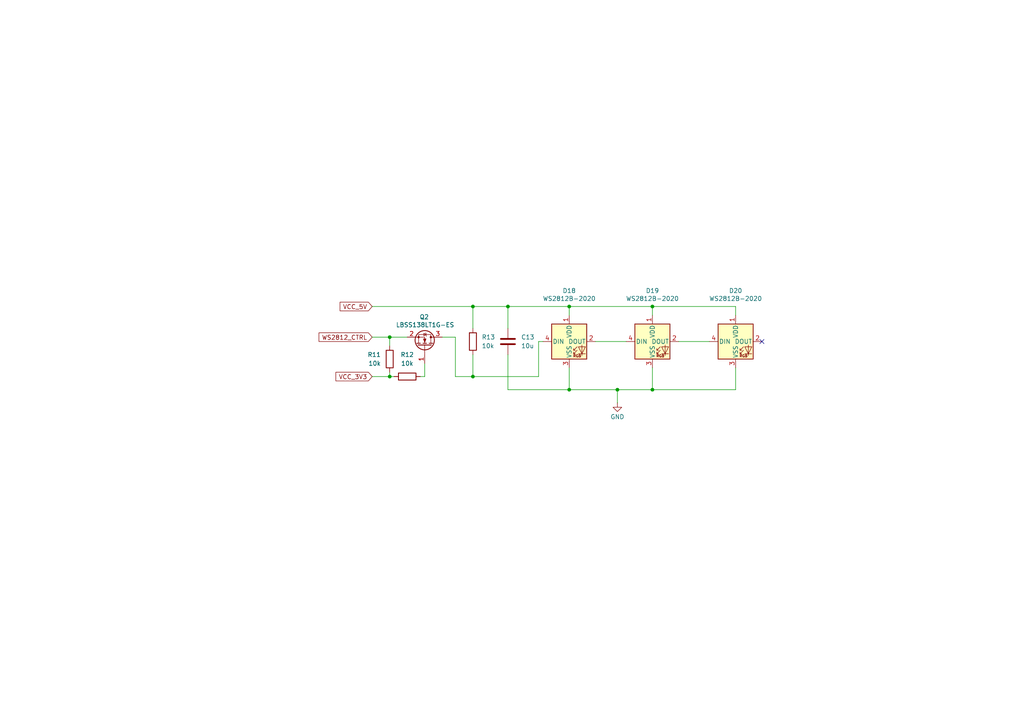
<source format=kicad_sch>
(kicad_sch (version 20231120) (generator "eeschema") (generator_version "8.0")
  (paper "A4")
  (lib_symbols
    (symbol "Device:C" (pin_numbers hide) (pin_names (offset 0.254))
      (property "Reference" "C" (at 0.635 2.54 0))
      (property "Value" "C" (at 0.635 -2.54 0))
      (symbol "C_0_1"
        (polyline (pts (xy -2.032 -0.762) (xy 2.032 -0.762)) (stroke (width 0.508)))
        (polyline (pts (xy -2.032 0.762) (xy 2.032 0.762)) (stroke (width 0.508)))
      )
      (symbol "C_1_1"
        (pin passive line (at 0 3.81 270) (length 2.794) (name "~") (number "1"))
        (pin passive line (at 0 -3.81 90) (length 2.794) (name "~") (number "2"))
      )
    )
    (symbol "Device:R" (pin_numbers hide) (pin_names (offset 0))
      (property "Reference" "R" (at 2.032 0 90))
      (property "Value" "R" (at 0 0 90))
      (symbol "R_0_1"
        (rectangle (start -1.016 -2.54) (end 1.016 2.54) (stroke (width 0.254)))
      )
      (symbol "R_1_1"
        (pin passive line (at 0 3.81 270) (length 1.27) (name "~") (number "1"))
        (pin passive line (at 0 -3.81 90) (length 1.27) (name "~") (number "2"))
      )
    )
    (symbol "LED:WS2812B" (pin_names (offset 0.254))
      (property "Reference" "D" (at 5.08 5.715 0))
      (property "Value" "WS2812B" (at 1.27 -5.715 0))
      (symbol "WS2812B_0_0"
        (text "RGB" (at 2.286 -4.191 0) (effects (font (size 0.762 0.762))))
      )
      (symbol "WS2812B_0_1"
        (polyline (pts (xy 1.27 -3.556) (xy 1.778 -3.556)))
        (polyline (pts (xy 1.27 -2.54) (xy 1.778 -2.54)))
        (polyline (pts (xy 4.699 -3.556) (xy 2.667 -3.556)))
        (polyline (pts (xy 2.286 -2.54) (xy 1.27 -3.556) (xy 1.27 -3.048)))
        (polyline (pts (xy 2.286 -1.524) (xy 1.27 -2.54) (xy 1.27 -2.032)))
        (polyline (pts (xy 3.683 -1.016) (xy 3.683 -3.556) (xy 3.683 -4.064)))
        (polyline (pts (xy 4.699 -1.524) (xy 2.667 -1.524) (xy 3.683 -3.556) (xy 4.699 -1.524)))
        (rectangle (start 5.08 5.08) (end -5.08 -5.08) (stroke (width 0.254)) (fill (type background)))
      )
      (symbol "WS2812B_1_1"
        (pin power_in line (at 0 7.62 270) (length 2.54) (name "VDD") (number "1"))
        (pin output line (at 7.62 0 180) (length 2.54) (name "DOUT") (number "2"))
        (pin power_in line (at 0 -7.62 90) (length 2.54) (name "VSS") (number "3"))
        (pin input line (at -7.62 0 0) (length 2.54) (name "DIN") (number "4"))
      )
    )
    (symbol "Transistor_FET:BSS138" (pin_names hide)
      (property "Reference" "Q" (at 5.08 1.905 0))
      (property "Value" "BSS138" (at 5.08 0 0))
      (symbol "BSS138_0_1"
        (polyline (pts (xy 0.254 0) (xy -2.54 0)))
        (polyline (pts (xy 0.254 1.905) (xy 0.254 -1.905)) (stroke (width 0.254)))
        (polyline (pts (xy 0.762 -1.27) (xy 0.762 -2.286)) (stroke (width 0.254)))
        (polyline (pts (xy 0.762 0.508) (xy 0.762 -0.508)) (stroke (width 0.254)))
        (polyline (pts (xy 0.762 2.286) (xy 0.762 1.27)) (stroke (width 0.254)))
        (polyline (pts (xy 2.54 2.54) (xy 2.54 1.778)))
        (polyline (pts (xy 2.54 -2.54) (xy 2.54 0) (xy 0.762 0)))
        (polyline (pts (xy 0.762 -1.778) (xy 3.302 -1.778) (xy 3.302 1.778) (xy 0.762 1.778)))
        (polyline (pts (xy 1.016 0) (xy 2.032 0.381) (xy 2.032 -0.381) (xy 1.016 0)) (fill (type outline)))
        (polyline (pts (xy 2.794 0.508) (xy 2.921 0.381) (xy 3.683 0.381) (xy 3.81 0.254)))
        (polyline (pts (xy 3.302 0.381) (xy 2.921 -0.254) (xy 3.683 -0.254) (xy 3.302 0.381)))
        (circle (center 1.651 0) (radius 2.794) (stroke (width 0.254)))
        (circle (center 2.54 -1.778) (radius 0.254) (fill (type outline)))
        (circle (center 2.54 1.778) (radius 0.254) (fill (type outline)))
      )
      (symbol "BSS138_1_1"
        (pin input line (at -5.08 0 0) (length 2.54) (name "G") (number "1"))
        (pin passive line (at 2.54 -5.08 90) (length 2.54) (name "S") (number "2"))
        (pin passive line (at 2.54 5.08 270) (length 2.54) (name "D") (number "3"))
      )
    )
    (symbol "power:GND" (power) (pin_numbers hide) (pin_names (offset 0) hide)
      (property "Value" "GND" (at 0 -3.81 0))
      (symbol "GND_0_1"
        (polyline (pts (xy 0 0) (xy 0 -1.27) (xy 1.27 -1.27) (xy 0 -2.54) (xy -1.27 -1.27) (xy 0 -1.27)))
      )
      (symbol "GND_1_1"
        (pin power_in line (at 0 0 270) (length 0) (name "~") (number "1"))
      )
    )
  )
  (junction (at 113.03 109.22))
  (junction (at 165.1 113.03))
  (junction (at 147.32 88.9))
  (junction (at 189.23 113.03))
  (junction (at 113.03 97.79))
  (junction (at 179.07 113.03))
  (junction (at 137.16 109.22))
  (junction (at 137.16 88.9))
  (junction (at 165.1 88.9))
  (junction (at 189.23 88.9))
  (no_connect (at 220.98 99.06))
  (wire (pts (xy 147.32 88.9) (xy 165.1 88.9)))
  (wire (pts (xy 156.21 99.06) (xy 156.21 109.22)))
  (wire (pts (xy 113.03 100.33) (xy 113.03 97.79)))
  (wire (pts (xy 123.19 109.22) (xy 123.19 105.41)))
  (wire (pts (xy 172.72 99.06) (xy 181.61 99.06)))
  (wire (pts (xy 213.36 88.9) (xy 189.23 88.9)))
  (wire (pts (xy 156.21 109.22) (xy 137.16 109.22)))
  (wire (pts (xy 121.92 109.22) (xy 123.19 109.22)))
  (wire (pts (xy 213.36 106.68) (xy 213.36 113.03)))
  (wire (pts (xy 147.32 102.87) (xy 147.32 113.03)))
  (wire (pts (xy 189.23 113.03) (xy 179.07 113.03)))
  (wire (pts (xy 147.32 113.03) (xy 165.1 113.03)))
  (wire (pts (xy 113.03 109.22) (xy 114.3 109.22)))
  (wire (pts (xy 189.23 88.9) (xy 189.23 91.44)))
  (wire (pts (xy 137.16 102.87) (xy 137.16 109.22)))
  (wire (pts (xy 147.32 88.9) (xy 137.16 88.9)))
  (wire (pts (xy 213.36 113.03) (xy 189.23 113.03)))
  (wire (pts (xy 132.08 109.22) (xy 137.16 109.22)))
  (wire (pts (xy 165.1 91.44) (xy 165.1 88.9)))
  (wire (pts (xy 165.1 106.68) (xy 165.1 113.03)))
  (wire (pts (xy 132.08 97.79) (xy 128.27 97.79)))
  (wire (pts (xy 189.23 88.9) (xy 165.1 88.9)))
  (wire (pts (xy 132.08 97.79) (xy 132.08 109.22)))
  (wire (pts (xy 107.95 88.9) (xy 137.16 88.9)))
  (wire (pts (xy 147.32 95.25) (xy 147.32 88.9)))
  (wire (pts (xy 113.03 107.95) (xy 113.03 109.22)))
  (wire (pts (xy 113.03 97.79) (xy 118.11 97.79)))
  (wire (pts (xy 107.95 109.22) (xy 113.03 109.22)))
  (wire (pts (xy 113.03 97.79) (xy 107.95 97.79)))
  (wire (pts (xy 213.36 91.44) (xy 213.36 88.9)))
  (wire (pts (xy 179.07 113.03) (xy 179.07 116.84)))
  (wire (pts (xy 196.85 99.06) (xy 205.74 99.06)))
  (wire (pts (xy 156.21 99.06) (xy 157.48 99.06)))
  (wire (pts (xy 189.23 106.68) (xy 189.23 113.03)))
  (wire (pts (xy 179.07 113.03) (xy 165.1 113.03)))
  (wire (pts (xy 137.16 88.9) (xy 137.16 95.25)))
  (global_label "WS2812_CTRL" (shape input) (at 107.95 97.79 180) (property "Intersheetrefs" "${INTERSHEET_REFS}" (effects (hide yes))))
  (global_label "VCC_5V" (shape input) (at 107.95 88.9 180) (property "Intersheetrefs" "${INTERSHEET_REFS}" (effects (hide yes))))
  (global_label "VCC_3V3" (shape input) (at 107.95 109.22 180) (property "Intersheetrefs" "${INTERSHEET_REFS}" (effects (hide yes))))
  (symbol (lib_id "LED:WS2812B") (at 213.36 99.06 0) (unit 1)
    (property "Reference" "D20" (at 213.36 84.328 0))
    (property "Value" "WS2812B-2020" (at 213.36 86.614 0))
    (property "Footprint" "LED_SMD:LED_WS2812B_PLCC4_5.0x5.0mm_P3.2mm" (effects (hide yes)))
    (property "Datasheet" "https://www.lcsc.com/datasheet/lcsc_datasheet_2012110135_Worldsemi-WS2812B-2020_C965555.pdf" (effects (hide yes)))
    (property "Description" "RGB LED with integrated controller" (effects (hide yes)))
    (property "LCSC Part # " "C965555" (effects (hide yes)))
  )
  (symbol (lib_id "Device:R") (at 137.16 99.06 180) (unit 1)
    (property "Reference" "R13" (at 139.7 97.7899 0) (effects (justify right)))
    (property "Value" "10k" (at 139.7 100.3299 0) (effects (justify right)))
    (property "Footprint" "Resistor_SMD:R_0201_0603Metric" (effects (hide yes)))
    (property "Description" "Resistor" (effects (hide yes)))
    (property "LCSC Part # " "C25804" (effects (hide yes)))
  )
  (symbol (lib_id "Device:R") (at 118.11 109.22 270) (unit 1)
    (property "Reference" "R12" (at 118.11 102.87 90))
    (property "Value" "10k" (at 118.11 105.41 90))
    (property "Footprint" "Resistor_SMD:R_0201_0603Metric" (effects (hide yes)))
    (property "Description" "Resistor" (effects (hide yes)))
    (property "LCSC Part # " "C25804" (effects (hide yes)))
  )
  (symbol (lib_id "power:GND") (at 179.07 116.84 0) (unit 1)
    (property "Reference" "#PWR032" (effects (hide yes)))
    (property "Value" "GND" (at 179.07 120.904 0))
    (property "Description" "Power symbol creates a global label with name \"GND\" , ground" (effects (hide yes)))
  )
  (symbol (lib_id "Transistor_FET:BSS138") (at 123.19 100.33 270) (mirror x) (unit 1)
    (property "Reference" "Q2" (at 121.666 91.948 90) (effects (justify left)))
    (property "Value" "LBSS138LT1G-ES" (at 114.808 94.234 90) (effects (justify left)))
    (property "Footprint" "Package_TO_SOT_SMD:SOT-23" (effects (hide yes)))
    (property "Datasheet" "https://wmsc.lcsc.com/wmsc/upload/file/pdf/v2/lcsc/2301091730_ElecSuper-LBSS138LT1G-ES_C5224262.pdf" (effects (hide yes)))
    (property "Description" "50V Vds, 0.22A Id, N-Channel MOSFET, SOT-23" (effects (hide yes)))
    (property "LCSC Part # " "C5224262" (effects (hide yes)))
  )
  (symbol (lib_id "LED:WS2812B") (at 165.1 99.06 0) (unit 1)
    (property "Reference" "D18" (at 165.1 84.328 0))
    (property "Value" "WS2812B-2020" (at 165.1 86.614 0))
    (property "Footprint" "LED_SMD:LED_WS2812B_PLCC4_5.0x5.0mm_P3.2mm" (effects (hide yes)))
    (property "Datasheet" "https://www.lcsc.com/datasheet/lcsc_datasheet_2012110135_Worldsemi-WS2812B-2020_C965555.pdf" (effects (hide yes)))
    (property "Description" "RGB LED with integrated controller" (effects (hide yes)))
    (property "LCSC Part # " "C965555" (effects (hide yes)))
  )
  (symbol (lib_id "Device:C") (at 147.32 99.06 0) (unit 1)
    (property "Reference" "C13" (at 151.13 97.7899 0) (effects (justify left)))
    (property "Value" "10u" (at 151.13 100.3299 0) (effects (justify left)))
    (property "Footprint" "Capacitor_SMD:C_0402_1005Metric" (effects (hide yes)))
    (property "Description" "Unpolarized capacitor" (effects (hide yes)))
    (property "LCSC Part # " " C15525" (effects (hide yes)))
  )
  (symbol (lib_id "Device:R") (at 113.03 104.14 0) (mirror y) (unit 1)
    (property "Reference" "R11" (at 110.49 102.8699 0) (effects (justify left)))
    (property "Value" "10k" (at 110.49 105.4099 0) (effects (justify left)))
    (property "Footprint" "Resistor_SMD:R_0201_0603Metric" (effects (hide yes)))
    (property "Description" "Resistor" (effects (hide yes)))
    (property "LCSC Part # " "C25804" (effects (hide yes)))
  )
  (symbol (lib_id "LED:WS2812B") (at 189.23 99.06 0) (unit 1)
    (property "Reference" "D19" (at 189.23 84.328 0))
    (property "Value" "WS2812B-2020" (at 189.23 86.614 0))
    (property "Footprint" "LED_SMD:LED_WS2812B_PLCC4_5.0x5.0mm_P3.2mm" (effects (hide yes)))
    (property "Datasheet" "https://www.lcsc.com/datasheet/lcsc_datasheet_2012110135_Worldsemi-WS2812B-2020_C965555.pdf" (effects (hide yes)))
    (property "Description" "RGB LED with integrated controller" (effects (hide yes)))
    (property "LCSC Part # " "C965555" (effects (hide yes)))
  )
)
</source>
